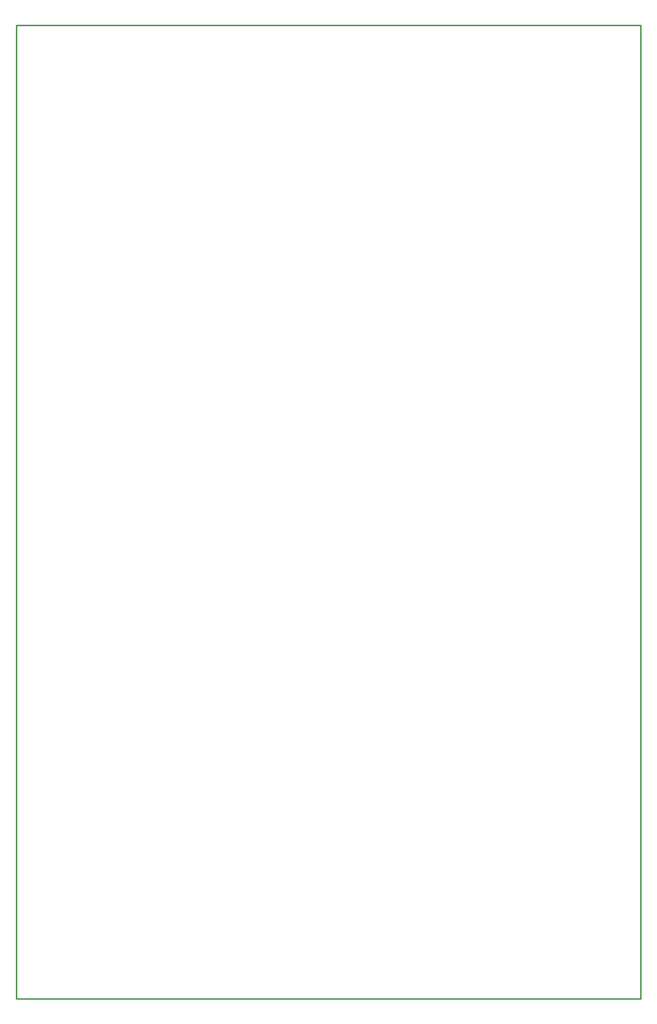
<source format=gko>
G04*
G04 #@! TF.GenerationSoftware,Altium Limited,Altium Designer,19.1.5 (86)*
G04*
G04 Layer_Color=16711935*
%FSLAX25Y25*%
%MOIN*%
G70*
G01*
G75*
%ADD13C,0.01000*%
D13*
X0Y0D02*
Y694488D01*
X445669D01*
Y0D02*
Y694488D01*
X0Y0D02*
X445669D01*
M02*

</source>
